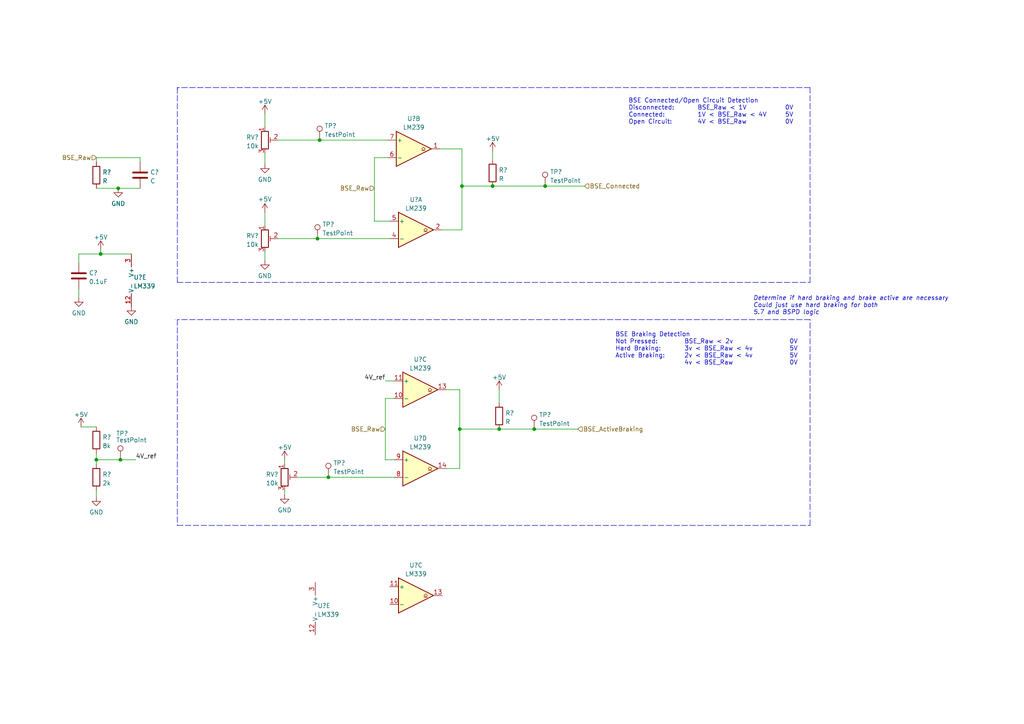
<source format=kicad_sch>
(kicad_sch (version 20211123) (generator eeschema)
  (paper "A4")
  (lib_symbols
    (symbol "20-ELC-2-01-R2(Appetizer)-rescue:R_POT_TRIM-Device" (pin_names (offset 1.016) hide)
      (property "Reference" "RV" (at -4.445 0 90))
      (property "Value" "R_POT_TRIM-Device" (at -2.54 0 90))
      (symbol "R_POT_TRIM-Device_0_1"
        (polyline (pts (xy 1.524 0.762) (xy 1.524 -0.762)))
        (polyline (pts (xy 2.54 0) (xy 1.524 0)))
        (rectangle (start 1.016 2.54) (end -1.016 -2.54) (stroke (width 0.254)))
      )
      (symbol "R_POT_TRIM-Device_1_1"
        (pin passive line (at 0 3.81 270) (length 1.27) (name "1") (number "1"))
        (pin passive line (at 3.81 0 180) (length 1.27) (name "2") (number "2"))
        (pin passive line (at 0 -3.81 90) (length 1.27) (name "3") (number "3"))
      )
    )
    (symbol "Comparator:LM339" (pin_names (offset 0.127))
      (property "Reference" "U" (at 0 5.08 0))
      (property "Value" "LM339" (at 0 -5.08 0))
      (symbol "LM339_1_1"
        (polyline (pts (xy -5.08 5.08) (xy 5.08 0) (xy -5.08 -5.08) (xy -5.08 5.08)) (stroke (width 0.254)) (fill (type background)))
        (polyline (pts (xy 3.302 -0.508) (xy 2.794 -0.508) (xy 3.302 0) (xy 2.794 0.508) (xy 2.286 0) (xy 2.794 -0.508) (xy 2.286 -0.508)) (stroke (width 0.127)))
        (pin open_collector line (at 7.62 0 180) (length 2.54) (name "~") (number "2"))
        (pin input line (at -7.62 -2.54 0) (length 2.54) (name "-") (number "4"))
        (pin input line (at -7.62 2.54 0) (length 2.54) (name "+") (number "5"))
      )
      (symbol "LM339_2_1"
        (polyline (pts (xy -5.08 5.08) (xy 5.08 0) (xy -5.08 -5.08) (xy -5.08 5.08)) (stroke (width 0.254)) (fill (type background)))
        (polyline (pts (xy 3.302 -0.508) (xy 2.794 -0.508) (xy 3.302 0) (xy 2.794 0.508) (xy 2.286 0) (xy 2.794 -0.508) (xy 2.286 -0.508)) (stroke (width 0.127)))
        (pin open_collector line (at 7.62 0 180) (length 2.54) (name "~") (number "1"))
        (pin input line (at -7.62 -2.54 0) (length 2.54) (name "-") (number "6"))
        (pin input line (at -7.62 2.54 0) (length 2.54) (name "+") (number "7"))
      )
      (symbol "LM339_3_1"
        (polyline (pts (xy -5.08 5.08) (xy 5.08 0) (xy -5.08 -5.08) (xy -5.08 5.08)) (stroke (width 0.254)) (fill (type background)))
        (polyline (pts (xy 3.302 -0.508) (xy 2.794 -0.508) (xy 3.302 0) (xy 2.794 0.508) (xy 2.286 0) (xy 2.794 -0.508) (xy 2.286 -0.508)) (stroke (width 0.127)))
        (pin input line (at -7.62 -2.54 0) (length 2.54) (name "-") (number "10"))
        (pin input line (at -7.62 2.54 0) (length 2.54) (name "+") (number "11"))
        (pin open_collector line (at 7.62 0 180) (length 2.54) (name "~") (number "13"))
      )
      (symbol "LM339_4_1"
        (polyline (pts (xy -5.08 5.08) (xy 5.08 0) (xy -5.08 -5.08) (xy -5.08 5.08)) (stroke (width 0.254)) (fill (type background)))
        (polyline (pts (xy 3.302 -0.508) (xy 2.794 -0.508) (xy 3.302 0) (xy 2.794 0.508) (xy 2.286 0) (xy 2.794 -0.508) (xy 2.286 -0.508)) (stroke (width 0.127)))
        (pin open_collector line (at 7.62 0 180) (length 2.54) (name "~") (number "14"))
        (pin input line (at -7.62 -2.54 0) (length 2.54) (name "-") (number "8"))
        (pin input line (at -7.62 2.54 0) (length 2.54) (name "+") (number "9"))
      )
      (symbol "LM339_5_1"
        (pin power_in line (at -2.54 -7.62 90) (length 3.81) (name "V-") (number "12"))
        (pin power_in line (at -2.54 7.62 270) (length 3.81) (name "V+") (number "3"))
      )
    )
    (symbol "Connector:TestPoint" (pin_numbers hide) (pin_names (offset 0.762) hide)
      (property "Reference" "TP" (at 0 6.858 0))
      (property "Value" "TestPoint" (at 0 5.08 0))
      (symbol "TestPoint_0_1"
        (circle (center 0 3.302) (radius 0.762))
      )
      (symbol "TestPoint_1_1"
        (pin passive line (at 0 0 90) (length 2.54) (name "1") (number "1"))
      )
    )
    (symbol "Device:C" (pin_numbers hide) (pin_names (offset 0.254))
      (property "Reference" "C" (at 0.635 2.54 0))
      (property "Value" "C" (at 0.635 -2.54 0))
      (symbol "C_0_1"
        (polyline (pts (xy -2.032 -0.762) (xy 2.032 -0.762)) (stroke (width 0.508)))
        (polyline (pts (xy -2.032 0.762) (xy 2.032 0.762)) (stroke (width 0.508)))
      )
      (symbol "C_1_1"
        (pin passive line (at 0 3.81 270) (length 2.794) (name "~") (number "1"))
        (pin passive line (at 0 -3.81 90) (length 2.794) (name "~") (number "2"))
      )
    )
    (symbol "Device:R" (pin_numbers hide) (pin_names (offset 0))
      (property "Reference" "R" (at 2.032 0 90))
      (property "Value" "R" (at 0 0 90))
      (symbol "R_0_1"
        (rectangle (start -1.016 -2.54) (end 1.016 2.54) (stroke (width 0.254)))
      )
      (symbol "R_1_1"
        (pin passive line (at 0 3.81 270) (length 1.27) (name "~") (number "1"))
        (pin passive line (at 0 -3.81 90) (length 1.27) (name "~") (number "2"))
      )
    )
    (symbol "power:+5V" (power) (pin_names (offset 0))
      (property "Value" "+5V" (at 0 3.556 0))
      (symbol "+5V_0_1"
        (polyline (pts (xy -0.762 1.27) (xy 0 2.54)))
        (polyline (pts (xy 0 0) (xy 0 2.54)))
        (polyline (pts (xy 0 2.54) (xy 0.762 1.27)))
      )
      (symbol "+5V_1_1"
        (pin power_in line (at 0 0 90) (length 0) hide (name "+5V") (number "1"))
      )
    )
    (symbol "power:GND" (power) (pin_names (offset 0))
      (property "Value" "GND" (at 0 -3.81 0))
      (symbol "GND_0_1"
        (polyline (pts (xy 0 0) (xy 0 -1.27) (xy 1.27 -1.27) (xy 0 -2.54) (xy -1.27 -1.27) (xy 0 -1.27)))
      )
      (symbol "GND_1_1"
        (pin power_in line (at 0 0 270) (length 0) hide (name "GND") (number "1"))
      )
    )
  )
  (junction (at 133.985 53.975))
  (junction (at 154.94 124.46))
  (junction (at 144.78 124.46))
  (junction (at 158.115 53.975))
  (junction (at 34.29 54.61))
  (junction (at 27.94 133.35))
  (junction (at 29.21 73.66))
  (junction (at 133.35 124.46))
  (junction (at 142.875 53.975))
  (junction (at 34.925 133.35))
  (junction (at 95.25 138.43))
  (junction (at 92.71 40.64))
  (junction (at 92.075 69.215))
  (wire (pts (xy 95.25 138.43) (xy 114.3 138.43)))
  (wire (pts (xy 133.35 124.46) (xy 133.35 135.89)))
  (wire (pts (xy 158.115 53.975) (xy 169.545 53.975)))
  (wire (pts (xy 22.86 83.82) (xy 22.86 86.36)))
  (wire (pts (xy 22.86 73.66) (xy 22.86 76.2)))
  (wire (pts (xy 76.835 73.025) (xy 76.835 75.565)))
  (wire (pts (xy 144.78 113.03) (xy 144.78 116.84)))
  (wire (pts (xy 114.3 115.57) (xy 111.76 115.57)))
  (wire (pts (xy 111.76 115.57) (xy 111.76 133.35)))
  (wire (pts (xy 27.94 54.61) (xy 34.29 54.61)))
  (polyline (pts (xy 234.95 25.4) (xy 51.435 25.4)))
  (wire (pts (xy 92.71 40.64) (xy 112.395 40.64)))
  (wire (pts (xy 82.55 133.35) (xy 82.55 134.62)))
  (wire (pts (xy 144.78 124.46) (xy 154.94 124.46)))
  (wire (pts (xy 80.645 69.215) (xy 92.075 69.215)))
  (wire (pts (xy 27.94 133.35) (xy 27.94 134.62)))
  (wire (pts (xy 34.29 54.61) (xy 40.64 54.61)))
  (wire (pts (xy 111.76 110.49) (xy 114.3 110.49)))
  (wire (pts (xy 27.94 45.72) (xy 27.94 46.99)))
  (polyline (pts (xy 234.95 81.915) (xy 234.95 25.4)))
  (wire (pts (xy 80.645 40.64) (xy 92.71 40.64)))
  (wire (pts (xy 82.55 142.24) (xy 82.55 143.51)))
  (wire (pts (xy 34.925 133.35) (xy 39.37 133.35)))
  (wire (pts (xy 40.64 45.72) (xy 40.64 46.99)))
  (wire (pts (xy 76.835 44.45) (xy 76.835 47.625)))
  (polyline (pts (xy 51.435 25.4) (xy 51.435 26.035)))
  (wire (pts (xy 133.35 113.03) (xy 133.35 124.46)))
  (wire (pts (xy 76.835 33.02) (xy 76.835 36.83)))
  (wire (pts (xy 27.94 142.24) (xy 27.94 144.145)))
  (wire (pts (xy 27.94 131.445) (xy 27.94 133.35)))
  (wire (pts (xy 111.76 133.35) (xy 114.3 133.35)))
  (wire (pts (xy 133.985 53.975) (xy 142.875 53.975)))
  (wire (pts (xy 129.54 113.03) (xy 133.35 113.03)))
  (wire (pts (xy 108.585 45.72) (xy 108.585 64.135)))
  (wire (pts (xy 133.35 135.89) (xy 129.54 135.89)))
  (polyline (pts (xy 234.95 92.71) (xy 51.435 92.71)))
  (wire (pts (xy 154.94 124.46) (xy 167.64 124.46)))
  (wire (pts (xy 108.585 64.135) (xy 113.03 64.135)))
  (wire (pts (xy 133.985 43.18) (xy 133.985 53.975)))
  (wire (pts (xy 142.875 53.975) (xy 158.115 53.975)))
  (polyline (pts (xy 51.435 92.71) (xy 51.435 152.4)))
  (wire (pts (xy 29.21 72.39) (xy 29.21 73.66)))
  (polyline (pts (xy 51.435 25.4) (xy 51.435 81.915)))
  (wire (pts (xy 92.075 69.215) (xy 113.03 69.215)))
  (polyline (pts (xy 234.95 152.4) (xy 234.95 92.71)))
  (polyline (pts (xy 51.435 81.915) (xy 234.95 81.915)))
  (wire (pts (xy 142.875 43.815) (xy 142.875 46.355)))
  (wire (pts (xy 133.985 66.675) (xy 128.27 66.675)))
  (wire (pts (xy 22.86 73.66) (xy 29.21 73.66)))
  (wire (pts (xy 27.94 133.35) (xy 34.925 133.35)))
  (wire (pts (xy 127.635 43.18) (xy 133.985 43.18)))
  (wire (pts (xy 23.495 123.825) (xy 27.94 123.825)))
  (wire (pts (xy 112.395 45.72) (xy 108.585 45.72)))
  (polyline (pts (xy 50.8 92.71) (xy 50.8 92.71)))
  (polyline (pts (xy 51.435 152.4) (xy 234.95 152.4)))
  (wire (pts (xy 29.21 73.66) (xy 38.1 73.66)))
  (wire (pts (xy 133.35 124.46) (xy 144.78 124.46)))
  (wire (pts (xy 27.94 45.72) (xy 40.64 45.72)))
  (wire (pts (xy 76.835 61.595) (xy 76.835 65.405)))
  (wire (pts (xy 133.985 53.975) (xy 133.985 66.675)))
  (wire (pts (xy 86.36 138.43) (xy 95.25 138.43)))
  (text "Determine if hard braking and brake active are necessary\nCould just use hard braking for both\n5.7 and BSPD logic" (at 218.44 91.44 0) (effects (font (size 1.27 1.27) italic) (justify left bottom)))
  (text "BSE Braking Detection\nNot Pressed: 	BSE_Raw < 2v			0V\nHard Braking: 	3v < BSE_Raw < 4v		5V\nActive Braking:	2v < BSE_Raw < 4v		5V\n				4v < BSE_Raw			0V" (at 178.435 106.045 0) (effects (font (size 1.27 1.27)) (justify left bottom)))
  (text "BSE Connected/Open Circuit Detection\nDisconnected: 	BSE_Raw < 1V		0V\nConnected: 		1V < BSE_Raw < 4V	5V\nOpen Circuit: 	4V < BSE_Raw		0V" (at 182.245 36.195 0) (effects (font (size 1.27 1.27)) (justify left bottom)))
  (label "4V_ref" (at 39.37 133.35 0))
  (label "4V_ref" (at 111.76 110.49 180))
  (hierarchical_label "BSE_Raw" (shape input) (at 27.94 45.72 180))
  (hierarchical_label "BSE_Raw" (shape input) (at 108.585 54.61 180))
  (hierarchical_label "BSE_Connected" (shape input) (at 169.545 53.975 0))
  (hierarchical_label "BSE_Raw" (shape input) (at 111.76 124.46 180))
  (hierarchical_label "BSE_ActiveBraking" (shape input) (at 167.64 124.46 0))
  (symbol (lib_id "Device:C") (at 22.86 80.01 0) (unit 1)
    (property "Reference" "C?" (at 25.781 79.1753 0) (effects (justify left)))
    (property "Value" "0.1uF" (at 25.781 81.7122 0) (effects (justify left)))
  )
  (symbol (lib_id "Connector:TestPoint") (at 92.71 40.64 0) (unit 1)
    (property "Reference" "TP?" (at 94.107 36.5033 0) (effects (justify left)))
    (property "Value" "TestPoint" (at 94.107 39.0402 0) (effects (justify left)))
  )
  (symbol (lib_id "Comparator:LM339") (at 121.92 113.03 0) (unit 3)
    (property "Reference" "U?" (at 121.92 104.2502 0))
    (property "Value" "LM239" (at 121.92 106.7871 0))
    (property "Datasheet" "https://www.st.com/resource/en/datasheet/lm139.pdf" (effects hide))
  )
  (symbol (lib_id "Device:R") (at 142.875 50.165 0) (unit 1)
    (property "Reference" "R?" (at 144.653 49.3303 0) (effects (justify left)))
    (property "Value" "R" (at 144.653 51.8672 0) (effects (justify left)))
  )
  (symbol (lib_id "Device:R") (at 144.78 120.65 0) (unit 1)
    (property "Reference" "R?" (at 146.558 119.8153 0) (effects (justify left)))
    (property "Value" "R" (at 146.558 122.3522 0) (effects (justify left)))
  )
  (symbol (lib_id "power:GND") (at 76.835 75.565 0) (unit 1)
    (property "Reference" "#PWR?" (effects hide))
    (property "Value" "GND" (at 76.835 80.0084 0))
  )
  (symbol (lib_id "power:+5V") (at 29.21 72.39 0) (unit 1)
    (property "Reference" "#PWR?" (effects hide))
    (property "Value" "+5V" (at 29.21 68.8142 0))
  )
  (symbol (lib_id "Comparator:LM339") (at 120.65 66.675 0) (unit 1)
    (property "Reference" "U?" (at 120.65 57.8952 0))
    (property "Value" "LM239" (at 120.65 60.4321 0))
    (property "Datasheet" "https://www.st.com/resource/en/datasheet/lm139.pdf" (effects hide))
  )
  (symbol (lib_id "power:+5V") (at 144.78 113.03 0) (unit 1)
    (property "Reference" "#PWR?" (effects hide))
    (property "Value" "+5V" (at 144.78 109.4542 0))
  )
  (symbol (lib_id "Device:R") (at 27.94 127.635 0) (unit 1)
    (property "Reference" "R?" (at 29.718 126.8003 0) (effects (justify left)))
    (property "Value" "8k" (at 29.718 129.3372 0) (effects (justify left)))
  )
  (symbol (lib_id "power:+5V") (at 82.55 133.35 0) (unit 1)
    (property "Reference" "#PWR?" (effects hide))
    (property "Value" "+5V" (at 82.55 129.7742 0))
  )
  (symbol (lib_id "Device:R") (at 27.94 50.8 0) (unit 1)
    (property "Reference" "R?" (at 29.718 49.9653 0) (effects (justify left)))
    (property "Value" "R" (at 29.718 52.5022 0) (effects (justify left)))
  )
  (symbol (lib_id "power:GND") (at 82.55 143.51 0) (unit 1)
    (property "Reference" "#PWR?" (effects hide))
    (property "Value" "GND" (at 82.55 147.9534 0))
  )
  (symbol (lib_id "power:+5V") (at 142.875 43.815 0) (unit 1)
    (property "Reference" "#PWR?" (effects hide))
    (property "Value" "+5V" (at 142.875 40.2392 0))
  )
  (symbol (lib_id "power:GND") (at 34.29 54.61 0) (unit 1)
    (property "Reference" "#PWR?" (effects hide))
    (property "Value" "GND" (at 34.29 59.0534 0))
  )
  (symbol (lib_id "Comparator:LM339") (at 40.64 81.28 0) (unit 5)
    (property "Reference" "U?" (at 38.735 80.4453 0) (effects (justify left)))
    (property "Value" "LM339" (at 38.735 82.9822 0) (effects (justify left)))
    (property "Datasheet" "https://www.st.com/resource/en/datasheet/lm139.pdf" (effects hide))
  )
  (symbol (lib_id "power:+5V") (at 23.495 123.825 0) (unit 1)
    (property "Reference" "#PWR?" (effects hide))
    (property "Value" "+5V" (at 23.495 120.2492 0))
  )
  (symbol (lib_id "Connector:TestPoint") (at 92.075 69.215 0) (unit 1)
    (property "Reference" "TP?" (at 93.472 65.0783 0) (effects (justify left)))
    (property "Value" "TestPoint" (at 93.472 67.6152 0) (effects (justify left)))
  )
  (symbol (lib_id "power:GND") (at 27.94 144.145 0) (unit 1)
    (property "Reference" "#PWR?" (effects hide))
    (property "Value" "GND" (at 27.94 148.5884 0))
  )
  (symbol (lib_id "Connector:TestPoint") (at 158.115 53.975 0) (unit 1)
    (property "Reference" "TP?" (at 159.512 49.8383 0) (effects (justify left)))
    (property "Value" "TestPoint" (at 159.512 52.3752 0) (effects (justify left)))
  )
  (symbol (lib_id "20-ELC-2-01-R2(Appetizer)-rescue:R_POT_TRIM-Device") (at 82.55 138.43 0) (unit 1)
    (property "Reference" "RV?" (at 80.772 137.5953 0) (effects (justify right)))
    (property "Value" "10k" (at 80.772 140.1322 0) (effects (justify right)))
  )
  (symbol (lib_id "power:GND") (at 38.1 88.9 0) (unit 1)
    (property "Reference" "#PWR?" (effects hide))
    (property "Value" "GND" (at 38.1 93.3434 0))
  )
  (symbol (lib_id "power:+5V") (at 76.835 33.02 0) (unit 1)
    (property "Reference" "#PWR?" (effects hide))
    (property "Value" "+5V" (at 76.835 29.4442 0))
  )
  (symbol (lib_id "Comparator:LM339") (at 120.65 172.72 0) (unit 3)
    (property "Reference" "U?" (at 120.65 163.9402 0))
    (property "Value" "LM339" (at 120.65 166.4771 0))
    (property "Datasheet" "https://www.st.com/resource/en/datasheet/lm139.pdf" (effects hide))
  )
  (symbol (lib_id "20-ELC-2-01-R2(Appetizer)-rescue:R_POT_TRIM-Device") (at 76.835 69.215 0) (unit 1)
    (property "Reference" "RV?" (at 75.057 68.3803 0) (effects (justify right)))
    (property "Value" "10k" (at 75.057 70.9172 0) (effects (justify right)))
  )
  (symbol (lib_id "power:GND") (at 76.835 47.625 0) (unit 1)
    (property "Reference" "#PWR?" (effects hide))
    (property "Value" "GND" (at 76.835 52.0684 0))
  )
  (symbol (lib_id "Device:R") (at 27.94 138.43 0) (unit 1)
    (property "Reference" "R?" (at 29.718 137.5953 0) (effects (justify left)))
    (property "Value" "2k" (at 29.718 140.1322 0) (effects (justify left)))
  )
  (symbol (lib_id "Comparator:LM339") (at 121.92 135.89 0) (unit 4)
    (property "Reference" "U?" (at 121.92 127.1102 0))
    (property "Value" "LM239" (at 121.92 129.6471 0))
    (property "Datasheet" "https://www.st.com/resource/en/datasheet/lm139.pdf" (effects hide))
  )
  (symbol (lib_id "Comparator:LM339") (at 93.98 176.53 0) (unit 5)
    (property "Reference" "U?" (at 92.075 175.6953 0) (effects (justify left)))
    (property "Value" "LM339" (at 92.075 178.2322 0) (effects (justify left)))
    (property "Datasheet" "https://www.st.com/resource/en/datasheet/lm139.pdf" (effects hide))
  )
  (symbol (lib_id "Connector:TestPoint") (at 34.925 133.35 0) (unit 1)
    (property "Reference" "TP?" (at 33.655 125.73 0) (effects (justify left)))
    (property "Value" "TestPoint" (at 33.655 127.635 0) (effects (justify left)))
  )
  (symbol (lib_id "Device:C") (at 40.64 50.8 0) (unit 1)
    (property "Reference" "C?" (at 43.561 49.9653 0) (effects (justify left)))
    (property "Value" "C" (at 43.561 52.5022 0) (effects (justify left)))
  )
  (symbol (lib_id "Comparator:LM339") (at 120.015 43.18 0) (unit 2)
    (property "Reference" "U?" (at 120.015 34.4002 0))
    (property "Value" "LM239" (at 120.015 36.9371 0))
    (property "Datasheet" "https://www.st.com/resource/en/datasheet/lm139.pdf" (effects hide))
  )
  (symbol (lib_id "power:+5V") (at 76.835 61.595 0) (unit 1)
    (property "Reference" "#PWR?" (effects hide))
    (property "Value" "+5V" (at 76.835 57.785 0))
  )
  (symbol (lib_id "Connector:TestPoint") (at 154.94 124.46 0) (unit 1)
    (property "Reference" "TP?" (at 156.337 120.3233 0) (effects (justify left)))
    (property "Value" "TestPoint" (at 156.337 122.8602 0) (effects (justify left)))
  )
  (symbol (lib_id "power:GND") (at 22.86 86.36 0) (unit 1)
    (property "Reference" "#PWR?" (effects hide))
    (property "Value" "GND" (at 22.86 90.8034 0))
  )
  (symbol (lib_id "Connector:TestPoint") (at 95.25 138.43 0) (unit 1)
    (property "Reference" "TP?" (at 96.647 134.2933 0) (effects (justify left)))
    (property "Value" "TestPoint" (at 96.647 136.8302 0) (effects (justify left)))
  )
  (symbol (lib_id "20-ELC-2-01-R2(Appetizer)-rescue:R_POT_TRIM-Device") (at 76.835 40.64 0) (unit 1)
    (property "Reference" "RV?" (at 75.057 39.8053 0) (effects (justify right)))
    (property "Value" "10k" (at 75.057 42.3422 0) (effects (justify right)))
  )
)
</source>
